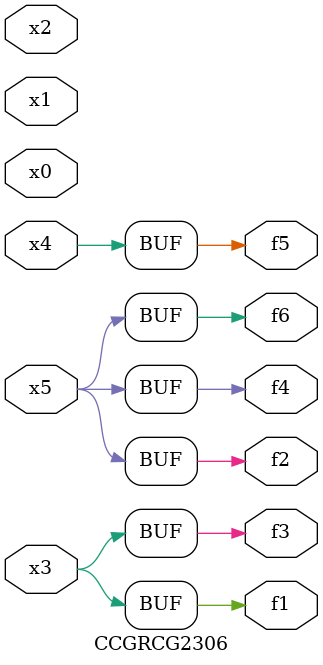
<source format=v>
module CCGRCG2306(
	input x0, x1, x2, x3, x4, x5,
	output f1, f2, f3, f4, f5, f6
);
	assign f1 = x3;
	assign f2 = x5;
	assign f3 = x3;
	assign f4 = x5;
	assign f5 = x4;
	assign f6 = x5;
endmodule

</source>
